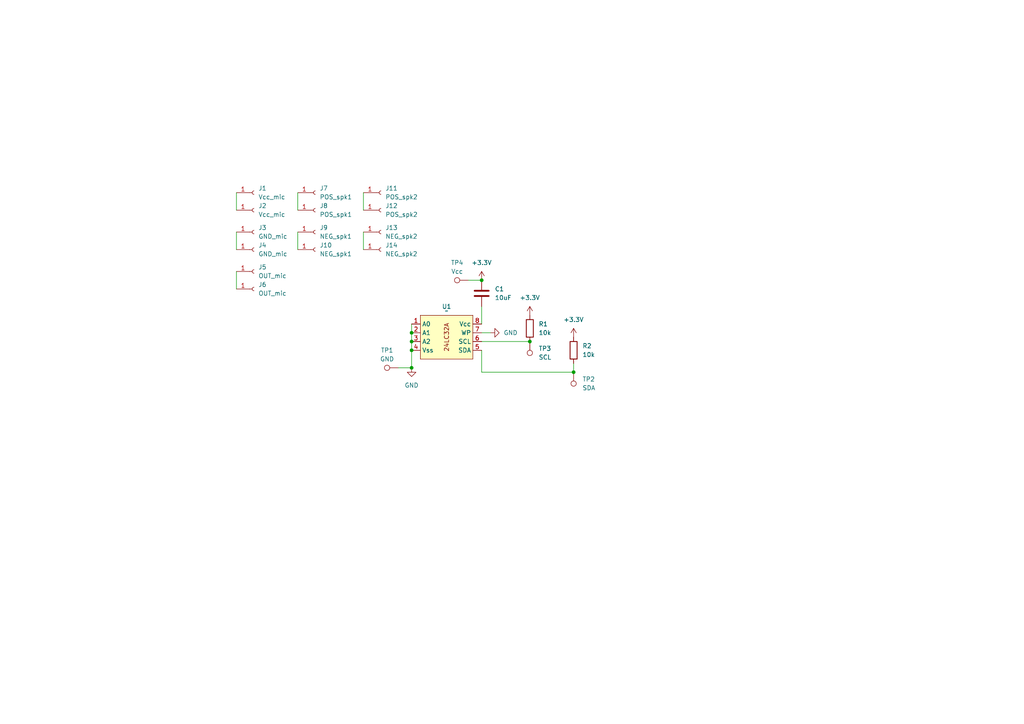
<source format=kicad_sch>
(kicad_sch (version 20230121) (generator eeschema)
  (paper "A4")
  (lib_symbols
    (symbol "1_custom_library:24LC32A"
      (property "Reference" "U" (at 0 0 0))
      (symbol "24LC32A_1_1"
        (rectangle (start -7.62 -1.27) (end 7.62 -13.97) (fill (type background)))
        (text "24LC32A" (at 0 -7.62 900) (effects (font (size 1.27 1.27))))
        (pin input line (at -10.16 -3.81 0) (length 2.54) (name "A0") (number "1"))
        (pin input line (at -10.16 -6.35 0) (length 2.54) (name "A1") (number "2"))
        (pin input line (at -10.16 -8.89 0) (length 2.54) (name "A2") (number "3"))
        (pin power_in line (at -10.16 -11.43 0) (length 2.54) (name "Vss") (number "4"))
        (pin bidirectional line (at 10.16 -11.43 180) (length 2.54) (name "SDA") (number "5"))
        (pin input line (at 10.16 -8.89 180) (length 2.54) (name "SCL") (number "6"))
        (pin input line (at 10.16 -6.35 180) (length 2.54) (name "WP") (number "7"))
        (pin power_in line (at 10.16 -3.81 180) (length 2.54) (name "Vcc") (number "8"))
      )
    )
    (symbol "Connector:Conn_01x01_Socket" (pin_names (offset 1.016) hide)
      (property "Reference" "J" (at 0 2.54 0))
      (property "Value" "Conn_01x01_Socket" (at 0 -2.54 0))
      (symbol "Conn_01x01_Socket_1_1"
        (polyline (pts (xy -1.27 0) (xy -0.508 0)) (stroke (width 0.1524)))
        (arc (start 0 0.508) (mid -0.5058 0) (end 0 -0.508) (stroke (width 0.1524)))
        (pin passive line (at -5.08 0 0) (length 3.81) (name "Pin_1") (number "1"))
      )
    )
    (symbol "Connector:TestPoint" (pin_numbers hide) (pin_names (offset 0.762) hide)
      (property "Reference" "TP" (at 0 6.858 0))
      (property "Value" "TestPoint" (at 0 5.08 0))
      (symbol "TestPoint_0_1"
        (circle (center 0 3.302) (radius 0.762))
      )
      (symbol "TestPoint_1_1"
        (pin passive line (at 0 0 90) (length 2.54) (name "1") (number "1"))
      )
    )
    (symbol "Device:C" (pin_numbers hide) (pin_names (offset 0.254))
      (property "Reference" "C" (at 0.635 2.54 0))
      (property "Value" "C" (at 0.635 -2.54 0))
      (symbol "C_0_1"
        (polyline (pts (xy -2.032 -0.762) (xy 2.032 -0.762)) (stroke (width 0.508)))
        (polyline (pts (xy -2.032 0.762) (xy 2.032 0.762)) (stroke (width 0.508)))
      )
      (symbol "C_1_1"
        (pin passive line (at 0 3.81 270) (length 2.794) (name "~") (number "1"))
        (pin passive line (at 0 -3.81 90) (length 2.794) (name "~") (number "2"))
      )
    )
    (symbol "Device:R" (pin_numbers hide) (pin_names (offset 0))
      (property "Reference" "R" (at 2.032 0 90))
      (property "Value" "R" (at 0 0 90))
      (symbol "R_0_1"
        (rectangle (start -1.016 -2.54) (end 1.016 2.54) (stroke (width 0.254)))
      )
      (symbol "R_1_1"
        (pin passive line (at 0 3.81 270) (length 1.27) (name "~") (number "1"))
        (pin passive line (at 0 -3.81 90) (length 1.27) (name "~") (number "2"))
      )
    )
    (symbol "power:+3.3V" (power) (pin_names (offset 0))
      (property "Value" "+3.3V" (at 0 3.556 0))
      (symbol "+3.3V_0_1"
        (polyline (pts (xy -0.762 1.27) (xy 0 2.54)))
        (polyline (pts (xy 0 0) (xy 0 2.54)))
        (polyline (pts (xy 0 2.54) (xy 0.762 1.27)))
      )
      (symbol "+3.3V_1_1"
        (pin power_in line (at 0 0 90) (length 0) hide (name "+3.3V") (number "1"))
      )
    )
    (symbol "power:GND" (power) (pin_names (offset 0))
      (property "Value" "GND" (at 0 -3.81 0))
      (symbol "GND_0_1"
        (polyline (pts (xy 0 0) (xy 0 -1.27) (xy 1.27 -1.27) (xy 0 -2.54) (xy -1.27 -1.27) (xy 0 -1.27)))
      )
      (symbol "GND_1_1"
        (pin power_in line (at 0 0 270) (length 0) hide (name "GND") (number "1"))
      )
    )
  )
  (junction (at 166.37 107.95))
  (junction (at 119.38 96.52))
  (junction (at 119.38 101.6))
  (junction (at 119.38 99.06))
  (junction (at 119.38 106.68))
  (junction (at 153.67 99.06))
  (junction (at 139.7 81.28))
  (wire (pts (xy 119.38 101.6) (xy 119.38 106.68)))
  (wire (pts (xy 139.7 88.9) (xy 139.7 93.98)))
  (wire (pts (xy 139.7 107.95) (xy 139.7 101.6)))
  (wire (pts (xy 86.36 55.88) (xy 86.36 60.96)))
  (wire (pts (xy 86.36 67.31) (xy 86.36 72.39)))
  (wire (pts (xy 105.41 67.31) (xy 105.41 72.39)))
  (wire (pts (xy 68.58 67.31) (xy 68.58 72.39)))
  (wire (pts (xy 119.38 96.52) (xy 119.38 99.06)))
  (wire (pts (xy 135.89 81.28) (xy 139.7 81.28)))
  (wire (pts (xy 119.38 99.06) (xy 119.38 101.6)))
  (wire (pts (xy 139.7 107.95) (xy 166.37 107.95)))
  (wire (pts (xy 139.7 99.06) (xy 153.67 99.06)))
  (wire (pts (xy 115.57 106.68) (xy 119.38 106.68)))
  (wire (pts (xy 105.41 55.88) (xy 105.41 60.96)))
  (wire (pts (xy 119.38 93.98) (xy 119.38 96.52)))
  (wire (pts (xy 68.58 55.88) (xy 68.58 60.96)))
  (wire (pts (xy 166.37 107.95) (xy 166.37 105.41)))
  (wire (pts (xy 68.58 78.74) (xy 68.58 83.82)))
  (wire (pts (xy 142.24 96.52) (xy 139.7 96.52)))
  (symbol (lib_id "Connector:Conn_01x01_Socket") (at 110.49 60.96 0) (unit 1)
    (property "Reference" "J12" (at 111.76 59.69 0) (effects (justify left)))
    (property "Value" "POS_spk2" (at 111.76 62.23 0) (effects (justify left)))
    (property "Footprint" "1_custom_library:Pad" (effects hide))
  )
  (symbol (lib_id "power:+3.3V") (at 153.67 91.44 0) (unit 1)
    (property "Reference" "#PWR03" (effects hide))
    (property "Value" "+3.3V" (at 153.67 86.36 0))
  )
  (symbol (lib_id "Connector:Conn_01x01_Socket") (at 73.66 78.74 0) (unit 1)
    (property "Reference" "J5" (at 74.93 77.47 0) (effects (justify left)))
    (property "Value" "OUT_mic" (at 74.93 80.01 0) (effects (justify left)))
    (property "Footprint" "1_custom_library:Pad" (effects hide))
  )
  (symbol (lib_id "Connector:Conn_01x01_Socket") (at 73.66 67.31 0) (unit 1)
    (property "Reference" "J3" (at 74.93 66.04 0) (effects (justify left)))
    (property "Value" "GND_mic" (at 74.93 68.58 0) (effects (justify left)))
    (property "Footprint" "1_custom_library:Pad" (effects hide))
  )
  (symbol (lib_id "Connector:TestPoint") (at 166.37 107.95 180) (unit 1)
    (property "Reference" "TP2" (at 168.91 109.982 0) (effects (justify right)))
    (property "Value" "SDA" (at 168.91 112.522 0) (effects (justify right)))
    (property "Footprint" "1_custom_library:Pad" (effects hide))
  )
  (symbol (lib_id "Connector:TestPoint") (at 135.89 81.28 90) (unit 1)
    (property "Reference" "TP4" (at 132.588 76.2 90))
    (property "Value" "Vcc" (at 132.588 78.74 90))
    (property "Footprint" "1_custom_library:Pad" (effects hide))
  )
  (symbol (lib_id "Connector:Conn_01x01_Socket") (at 91.44 55.88 0) (unit 1)
    (property "Reference" "J7" (at 92.71 54.61 0) (effects (justify left)))
    (property "Value" "POS_spk1" (at 92.71 57.15 0) (effects (justify left)))
    (property "Footprint" "1_custom_library:Pad" (effects hide))
  )
  (symbol (lib_id "1_custom_library:24LC32A") (at 129.54 90.17 0) (unit 1)
    (property "Reference" "U1" (at 129.54 88.9 0))
    (property "Value" "~" (at 129.54 90.17 0))
    (property "Footprint" "footprints:DFN8_2x3MC_MCH-L" (effects hide))
  )
  (symbol (lib_id "power:+3.3V") (at 139.7 81.28 0) (unit 1)
    (property "Reference" "#PWR02" (effects hide))
    (property "Value" "+3.3V" (at 139.7 76.2 0))
  )
  (symbol (lib_id "Connector:Conn_01x01_Socket") (at 91.44 60.96 0) (unit 1)
    (property "Reference" "J8" (at 92.71 59.69 0) (effects (justify left)))
    (property "Value" "POS_spk1" (at 92.71 62.23 0) (effects (justify left)))
    (property "Footprint" "1_custom_library:Pad" (effects hide))
  )
  (symbol (lib_id "Device:R") (at 153.67 95.25 0) (unit 1)
    (property "Reference" "R1" (at 156.21 93.98 0) (effects (justify left)))
    (property "Value" "10k" (at 156.21 96.52 0) (effects (justify left)))
    (property "Footprint" "Resistor_SMD:R_0402_1005Metric" (effects hide))
  )
  (symbol (lib_id "Connector:Conn_01x01_Socket") (at 73.66 72.39 0) (unit 1)
    (property "Reference" "J4" (at 74.93 71.12 0) (effects (justify left)))
    (property "Value" "GND_mic" (at 74.93 73.66 0) (effects (justify left)))
    (property "Footprint" "1_custom_library:Pad" (effects hide))
  )
  (symbol (lib_id "power:GND") (at 142.24 96.52 90) (unit 1)
    (property "Reference" "#PWR05" (effects hide))
    (property "Value" "GND" (at 146.05 96.52 90) (effects (justify right)))
  )
  (symbol (lib_id "Connector:Conn_01x01_Socket") (at 73.66 83.82 0) (unit 1)
    (property "Reference" "J6" (at 74.93 82.55 0) (effects (justify left)))
    (property "Value" "OUT_mic" (at 74.93 85.09 0) (effects (justify left)))
    (property "Footprint" "1_custom_library:Pad" (effects hide))
  )
  (symbol (lib_id "power:GND") (at 119.38 106.68 0) (unit 1)
    (property "Reference" "#PWR01" (effects hide))
    (property "Value" "GND" (at 119.38 111.76 0))
  )
  (symbol (lib_id "Connector:Conn_01x01_Socket") (at 73.66 60.96 0) (unit 1)
    (property "Reference" "J2" (at 74.93 59.69 0) (effects (justify left)))
    (property "Value" "Vcc_mic" (at 74.93 62.23 0) (effects (justify left)))
    (property "Footprint" "1_custom_library:Pad" (effects hide))
  )
  (symbol (lib_id "power:+3.3V") (at 166.37 97.79 0) (unit 1)
    (property "Reference" "#PWR04" (effects hide))
    (property "Value" "+3.3V" (at 166.37 92.71 0))
  )
  (symbol (lib_id "Connector:Conn_01x01_Socket") (at 110.49 67.31 0) (unit 1)
    (property "Reference" "J13" (at 111.76 66.04 0) (effects (justify left)))
    (property "Value" "NEG_spk2" (at 111.76 68.58 0) (effects (justify left)))
    (property "Footprint" "1_custom_library:Pad" (effects hide))
  )
  (symbol (lib_id "Connector:TestPoint") (at 115.57 106.68 90) (unit 1)
    (property "Reference" "TP1" (at 112.268 101.6 90))
    (property "Value" "GND" (at 112.268 104.14 90))
    (property "Footprint" "1_custom_library:Pad" (effects hide))
  )
  (symbol (lib_id "Connector:Conn_01x01_Socket") (at 73.66 55.88 0) (unit 1)
    (property "Reference" "J1" (at 74.93 54.61 0) (effects (justify left)))
    (property "Value" "Vcc_mic" (at 74.93 57.15 0) (effects (justify left)))
    (property "Footprint" "1_custom_library:Pad" (effects hide))
  )
  (symbol (lib_id "Connector:Conn_01x01_Socket") (at 110.49 55.88 0) (unit 1)
    (property "Reference" "J11" (at 111.76 54.61 0) (effects (justify left)))
    (property "Value" "POS_spk2" (at 111.76 57.15 0) (effects (justify left)))
    (property "Footprint" "1_custom_library:Pad" (effects hide))
  )
  (symbol (lib_id "Connector:Conn_01x01_Socket") (at 91.44 67.31 0) (unit 1)
    (property "Reference" "J9" (at 92.71 66.04 0) (effects (justify left)))
    (property "Value" "NEG_spk1" (at 92.71 68.58 0) (effects (justify left)))
    (property "Footprint" "1_custom_library:Pad" (effects hide))
  )
  (symbol (lib_id "Device:C") (at 139.7 85.09 0) (unit 1)
    (property "Reference" "C1" (at 143.51 83.82 0) (effects (justify left)))
    (property "Value" "10uF" (at 143.51 86.36 0) (effects (justify left)))
    (property "Footprint" "Capacitor_SMD:C_0402_1005Metric" (effects hide))
  )
  (symbol (lib_id "Device:R") (at 166.37 101.6 0) (unit 1)
    (property "Reference" "R2" (at 168.91 100.33 0) (effects (justify left)))
    (property "Value" "10k" (at 168.91 102.87 0) (effects (justify left)))
    (property "Footprint" "Resistor_SMD:R_0402_1005Metric" (effects hide))
  )
  (symbol (lib_id "Connector:Conn_01x01_Socket") (at 110.49 72.39 0) (unit 1)
    (property "Reference" "J14" (at 111.76 71.12 0) (effects (justify left)))
    (property "Value" "NEG_spk2" (at 111.76 73.66 0) (effects (justify left)))
    (property "Footprint" "1_custom_library:Pad" (effects hide))
  )
  (symbol (lib_id "Connector:Conn_01x01_Socket") (at 91.44 72.39 0) (unit 1)
    (property "Reference" "J10" (at 92.71 71.12 0) (effects (justify left)))
    (property "Value" "NEG_spk1" (at 92.71 73.66 0) (effects (justify left)))
    (property "Footprint" "1_custom_library:Pad" (effects hide))
  )
  (symbol (lib_id "Connector:TestPoint") (at 153.67 99.06 180) (unit 1)
    (property "Reference" "TP3" (at 156.21 101.092 0) (effects (justify right)))
    (property "Value" "SCL" (at 156.21 103.632 0) (effects (justify right)))
    (property "Footprint" "1_custom_library:Pad" (effects hide))
  )
)
</source>
